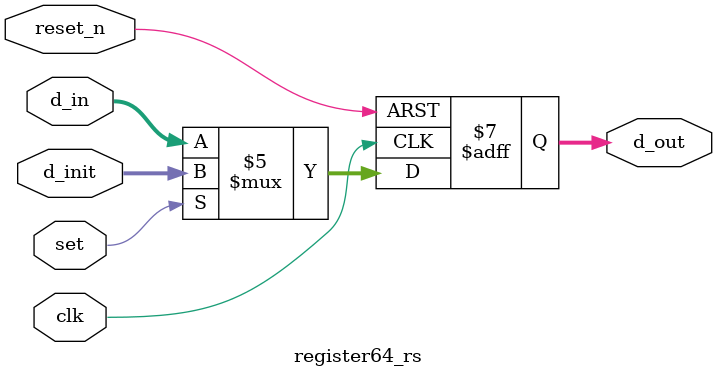
<source format=v>
module register64_rs(clk, reset_n,set, d_init, d_in, d_out); //[LAB05]Asynchronous resettable d ff
	input clk, reset_n,set; //active low
	input [63:0] d_init, d_in;
	output reg [63:0] d_out;
	
	always@(posedge clk or negedge reset_n)
	begin
		if(reset_n == 1'b0)	d_out <= 64'b0;
		else if(set == 1'b1) d_out <= d_init;
		else	d_out <= d_in;
	end
endmodule
</source>
